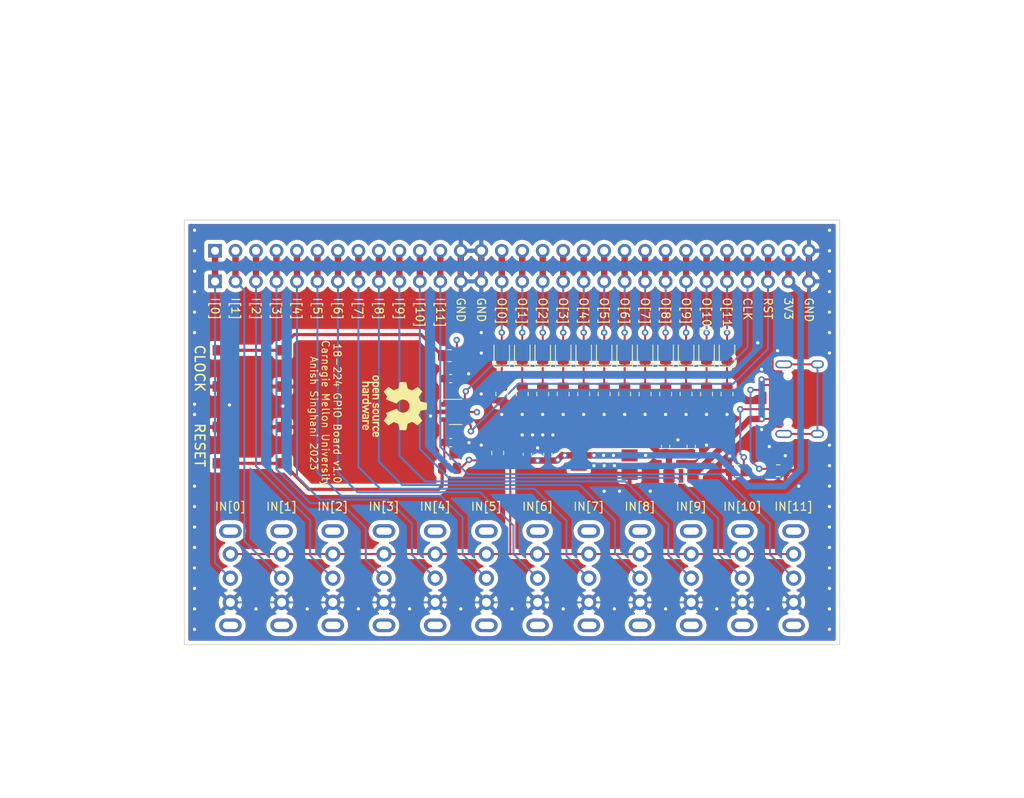
<source format=kicad_pcb>
(kicad_pcb (version 20221018) (generator pcbnew)
  (layers (0 "F.Cu" signal) (1 "In1.Cu" signal) (2 "In2.Cu" signal) (31 "B.Cu" signal) (34 "B.Paste" user) (35 "F.Paste" user) (36 "B.SilkS" user "B.Silkscreen") (37 "F.SilkS" user "F.Silkscreen") (38 "B.Mask" user) (39 "F.Mask" user) (44 "Edge.Cuts" user))
  (net 0 "")
  (net 1 "+5V")
  (net 2 "GND")
  (net 3 "+3V3")
  (net 4 "Net-(C5-Pad1)")
  (net 5 "Net-(C6-Pad1)")
  (net 6 "Net-(D1-K)")
  (net 7 "out0")
  (net 8 "Net-(D2-K)")
  (net 9 "out1")
  (net 10 "Net-(D3-K)")
  (net 11 "out2")
  (net 12 "Net-(D4-K)")
  (net 13 "out3")
  (net 14 "Net-(D5-K)")
  (net 15 "out4")
  (net 16 "Net-(D6-K)")
  (net 17 "out5")
  (net 18 "Net-(D7-K)")
  (net 19 "out6")
  (net 20 "Net-(D8-K)")
  (net 21 "out7")
  (net 22 "Net-(D9-K)")
  (net 23 "out8")
  (net 24 "Net-(D10-K)")
  (net 25 "out9")
  (net 26 "Net-(D11-K)")
  (net 27 "out10")
  (net 28 "Net-(D12-K)")
  (net 29 "out11")
  (net 30 "Net-(F1-Pad2)")
  (net 31 "in0")
  (net 32 "in1")
  (net 33 "in2")
  (net 34 "in3")
  (net 35 "in4")
  (net 36 "in5")
  (net 37 "in6")
  (net 38 "in7")
  (net 39 "in8")
  (net 40 "in9")
  (net 41 "in10")
  (net 42 "in11")
  (net 43 "uio_clk")
  (net 44 "uio_rst")
  (net 45 "Net-(J2-CC1)")
  (net 49 "Net-(J2-CC2)")
  (net 53 "unconnected-(J2-SHIELD-PadS1)")
  (net 54 "SWPWR")
  (footprint "Resistor_SMD:R_0805_2012Metric" (layer "F.Cu") (at 148.4575 82.87 180)
    (fp_text reference "R16" hide)
    (fp_text value "10K")
  )
  (footprint "Resistor_SMD:R_0805_2012Metric" (layer "F.Cu") (at 154.94 87.63 -90)
    (fp_text reference "R1" hide)
    (fp_text value "1K")
  )
  (footprint "SS12F44G4:SS12F44G4" (layer "F.Cu") (at 121.285 110.49)
    (fp_text reference "SW1" hide)
    (fp_text value "SS12F44G4")
  )
  (footprint "Resistor_SMD:R_0805_2012Metric" (layer "F.Cu") (at 148.4575 96.84 180)
    (fp_text reference "R15" hide)
    (fp_text value "10K")
  )
  (footprint "LED_SMD:LED_0805_2012Metric" (layer "F.Cu") (at 175.26 82.55 90)
    (fp_text reference "D9" hide)
    (fp_text value "LED")
  )
  (footprint "LED_SMD:LED_0805_2012Metric" (layer "F.Cu") (at 167.64 82.55 90)
    (fp_text reference "D6" hide)
    (fp_text value "LED")
  )
  (footprint "Capacitor_SMD:C_0603_1608Metric" (layer "F.Cu") (at 148.59 85.725)
    (fp_text reference "C6" hide)
    (fp_text value "1u")
  )
  (footprint "Capacitor_SMD:C_0603_1608Metric" (layer "F.Cu") (at 178.435 94.12 90)
    (fp_text reference "C2" hide)
    (fp_text value "10u")
  )
  (footprint "Capacitor_SMD:C_0603_1608Metric" (layer "F.Cu") (at 175.26 94.12 90)
    (fp_text reference "C1" hide)
    (fp_text value "1u")
  )
  (footprint "Resistor_SMD:R_0805_2012Metric" (layer "F.Cu") (at 167.64 87.63 -90)
    (fp_text reference "R6" hide)
    (fp_text value "1K")
  )
  (footprint "Symbol:OSHW-Logo_7.5x8mm_SilkScreen" (layer "F.Cu") (at 141.65 89.13 -90)
    (fp_text reference "REF**" hide)
    (fp_text value "OSHW-Logo_7.5x8mm_SilkScreen" hide)
  )
  (footprint "Resistor_SMD:R_0805_2012Metric" (layer "F.Cu") (at 180.34 87.63 -90)
    (fp_text reference "R11" hide)
    (fp_text value "1K")
  )
  (footprint "LED_SMD:LED_0805_2012Metric" (layer "F.Cu") (at 160.02 82.55 90)
    (fp_text reference "D3" hide)
    (fp_text value "LED")
  )
  (footprint "Resistor_SMD:R_0805_2012Metric" (layer "F.Cu") (at 162.56 87.63 -90)
    (fp_text reference "R4" hide)
    (fp_text value "1K")
  )
  (footprint "Resistor_SMD:R_0805_2012Metric" (layer "F.Cu") (at 189.23 97.155 180)
    (fp_text reference "R14" hide)
    (fp_text value "5.1K")
  )
  (footprint "SS12F44G4:SS12F44G4" (layer "F.Cu") (at 146.685 110.49)
    (fp_text reference "SW5" hide)
    (fp_text value "SS12F44G4")
  )
  (footprint "SS12F44G4:SS12F44G4" (layer "F.Cu") (at 191.135 110.49)
    (fp_text reference "SW12" hide)
    (fp_text value "SS12F44G4")
  )
  (footprint "LED_SMD:LED_0805_2012Metric" (layer "F.Cu") (at 172.72 82.55 90)
    (fp_text reference "D8" hide)
    (fp_text value "LED")
  )
  (footprint "Resistor_SMD:R_0805_2012Metric" (layer "F.Cu") (at 175.26 87.63 -90)
    (fp_text reference "R9" hide)
    (fp_text value "1K")
  )
  (footprint "LED_SMD:LED_0805_2012Metric" (layer "F.Cu") (at 154.94 82.55 90)
    (fp_text reference "D1" hide)
    (fp_text value "LED")
  )
  (footprint "Capacitor_SMD:C_0603_1608Metric" (layer "F.Cu") (at 160.655 95.11 90)
    (fp_text reference "C3" hide)
    (fp_text value "10u")
  )
  (footprint "Resistor_SMD:R_0805_2012Metric" (layer "F.Cu") (at 170.18 87.63 -90)
    (fp_text reference "R7" hide)
    (fp_text value "1K")
  )
  (footprint "Resistor_SMD:R_0805_2012Metric" (layer "F.Cu") (at 165.1 87.63 -90)
    (fp_text reference "R5" hide)
    (fp_text value "1K")
  )
  (footprint "Connector_USB:USB_C_Receptacle_HRO_TYPE-C-31-M-12" (layer "F.Cu") (at 193.04 88.265 90)
    (fp_text reference "J2" hide)
    (fp_text value "USB_C_Receptacle_USB2.0")
  )
  (footprint "LED_SMD:LED_0805_2012Metric" (layer "F.Cu") (at 177.8 82.55 90)
    (fp_text reference "D10" hide)
    (fp_text value "LED")
  )
  (footprint "SS12F44G4:SS12F44G4" (layer "F.Cu") (at 178.435 110.49)
    (fp_text reference "SW10" hide)
    (fp_text value "SS12F44G4")
  )
  (footprint "Button_Switch_SMD:SW_Push_1P1T_NO_6x6mm_H9.5mm" (layer "F.Cu") (at 123.825 93.98)
    (fp_text reference "SW13" hide)
    (fp_text value "BTN_RST")
  )
  (footprint "SS12F44G4:SS12F44G4" (layer "F.Cu") (at 140.335 110.49)
    (fp_text reference "SW4" hide)
    (fp_text value "SS12F44G4")
  )
  (footprint "Fuse:Fuse_1206_3216Metric_Pad1.42x1.75mm_HandSolder" (layer "F.Cu") (at 177.165 97.79)
    (fp_text reference "F1" hide)
    (fp_text value "500mA")
  )
  (footprint "LED_SMD:LED_0805_2012Metric" (layer "F.Cu") (at 180.34 82.55 90)
    (fp_text reference "D11" hide)
    (fp_text value "LED")
  )
  (footprint "SS12F44G4:SS12F44G4" (layer "F.Cu") (at 184.785 110.49)
    (fp_text reference "SW11" hide)
    (fp_text value "SS12F44G4")
  )
  (footprint "Capacitor_SMD:C_0603_1608Metric" (layer "F.Cu") (at 158.115 95.11 90)
    (fp_text reference "C4" hide)
    (fp_text value "1u")
  )
  (footprint "SS12F44G4:SS12F44G4" (layer "F.Cu") (at 133.985 110.49)
    (fp_text reference "SW3" hide)
    (fp_text value "SS12F44G4")
  )
  (footprint "SS12F44G4:SS12F44G4" (layer "F.Cu") (at 159.385 110.49)
    (fp_text reference "SW7" hide)
    (fp_text value "SS12F44G4")
  )
  (footprint "LED_SMD:LED_0805_2012Metric" (layer "F.Cu") (at 162.56 82.55 90)
    (fp_text reference "D4" hide)
    (fp_text value "LED")
  )
  (footprint "Resistor_SMD:R_0805_2012Metric" (layer "F.Cu") (at 172.72 87.63 -90)
    (fp_text reference "R8" hide)
    (fp_text value "1K")
  )
  (footprint "Resistor_SMD:R_0805_2012Metric" (layer "F.Cu") (at 160.02 87.63 -90)
    (fp_text reference "R3" hide)
    (fp_text value "1K")
  )
  (footprint "SS12F44G4:SS12F44G4" (layer "F.Cu") (at 172.085 110.49)
    (fp_text reference "SW9" hide)
    (fp_text value "SS12F44G4")
  )
  (footprint "Resistor_SMD:R_0805_2012Metric" (layer "F.Cu") (at 154.44 94.95 90)
    (fp_text reference "R17" hide)
    (fp_text value "330R")
  )
  (footprint "SS12F44G4:SS12F44G4" (layer "F.Cu") (at 127.635 110.49)
    (fp_text reference "SW2" hide)
    (fp_text value "SS12F44G4")
  )
  (footprint "Connector_PinHeader_2.54mm:PinHeader_1x30_P2.54mm_Vertical" (layer "F.Cu") (at 119.38 69.85 90)
    (fp_text reference "J1" hide)
    (fp_text value "GPIO_HDR")
  )
  (footprint "LED_SMD:LED_0805_2012Metric" (layer "F.Cu") (at 170.18 82.55 90)
    (fp_text reference "D7" hide)
    (fp_text value "LED")
  )
  (footprint "LED_SMD:LED_0805_2012Metric" (layer "F.Cu") (at 165.1 82.55 90)
    (fp_text reference "D5" hide)
    (fp_text value "LED")
  )
  (footprint "SS12F44G4:SS12F44G4" (layer "F.Cu") (at 165.735 110.49)
    (fp_text reference "SW8" hide)
    (fp_text value "SS12F44G4")
  )
  (footprint "Resistor_SMD:R_0805_2012Metric" (layer "F.Cu") (at 184.15 97.155)
    (fp_text reference "R13" hide)
    (fp_text value "5.1K")
  )
  (footprint "Resistor_SMD:R_0805_2012Metric" (layer "F.Cu") (at 157.48 87.63 -90)
    (fp_text reference "R2" hide)
    (fp_text value "1K")
  )
  (footprint "LED_SMD:LED_0805_2012Metric" (layer "F.Cu") (at 182.88 82.55 90)
    (fp_text reference "D12" hide)
    (fp_text value "LED")
  )
  (footprint "Connector_PinHeader_2.54mm:PinHeader_1x30_P2.54mm_Vertical" (layer "F.Cu") (at 119.38 73.66 90)
    (fp_text reference "J3" hide)
    (fp_text value "BREAKOUT_HDR")
  )
  (footprint "Capacitor_SMD:C_0603_1608Metric" (layer "F.Cu") (at 148.59 93.665)
    (fp_text reference "C5" hide)
    (fp_text value "1u")
  )
  (footprint "Resistor_SMD:R_0805_2012Metric" (layer "F.Cu") (at 177.8 87.63 -90)
    (fp_text reference "R10" hide)
    (fp_text value "1K")
  )
  (footprint "Button_Switch_SMD:SW_Push_1P1T_NO_6x6mm_H9.5mm" (layer "F.Cu") (at 123.825 84.455 180)
    (fp_text reference "SW14" hide)
    (fp_text value "BTN_CLK")
  )
  (footprint "Package_TO_SOT_SMD:SOT-23-6" (layer "F.Cu") (at 149.225 89.855)
    (fp_text reference "U2" hide)
    (fp_text value "74LVC2G14")
  )
  (footprint "LED_SMD:LED_0805_2012Metric" (layer "F.Cu") (at 157.48 82.55 90)
    (fp_text reference "D2" hide)
    (fp_text value "LED")
  )
  (footprint "Resistor_SMD:R_0805_2012Metric" (layer "F.Cu") (at 182.88 87.63 -90)
    (fp_text reference "R12" hide)
    (fp_text value "1K")
  )
  (footprint "SS12F44G4:SS12F44G4" (layer "F.Cu") (at 153.035 110.49)
    (fp_text reference "SW6" hide)
    (fp_text value "SS12F44G4")
  )
  (footprint "Package_TO_SOT_SMD:SOT-223-3_TabPin2" (layer "F.Cu") (at 167.64 95.25 180)
    (fp_text reference "U1" hide)
    (fp_text value "AZ1117-3.3")
  )
  (gr_rect (start 115.57 66.04) (end 196.85 118.745) (stroke (width 0.1)) (fill none) (layer "Edge.Cuts"))
  (gr_text "GND" (at 152.4 75.565 270) (layer "F.SilkS") (effects (font (size 1 1)) (justify left)))
  (gr_text "IN[4]" (at 146.685 101.6) (layer "F.SilkS") (effects (font (size 1 1))))
  (gr_text "RST" (at 187.96 75.565 270) (layer "F.SilkS") (effects (font (size 1 1)) (justify left)))
  (gr_text "IN[7]" (at 165.735 101.6) (layer "F.SilkS") (effects (font (size 1 1))))
  (gr_text "IN[1]" (at 127.635 101.6) (layer "F.SilkS") (effects (font (size 1 1))))
  (gr_text "I[4]" (at 129.54 75.565 270) (layer "F.SilkS") (effects (font (size 1 1)) (justify left)))
  (gr_text "I[9]" (at 142.24 75.565 270) (layer "F.SilkS") (effects (font (size 1 1)) (justify left)))
  (gr_text "IN[3]" (at 140.335 101.6) (layer "F.SilkS") (effects (font (size 1 1))))
  (gr_text "I[10]" (at 144.78 75.565 270) (layer "F.SilkS") (effects (font (size 1 1)) (justify left)))
  (gr_text "IN[0]" (at 121.285 101.6) (layer "F.SilkS") (effects (font (size 1 1))))
  (gr_text "I[8]" (at 139.7 75.565 270) (layer "F.SilkS") (effects (font (size 1 1)) (justify left)))
  (gr_text "GND" (at 193.04 75.565 270) (layer "F.SilkS") (effects (font (size 1 1)) (justify left)))
  (gr_text "CLOCK" (at 117.475 84.455 -90) (layer "F.SilkS") (effects (font (size 1.2 1.2) (thickness 0.2) bold)))
  (gr_text "I[3]" (at 127 75.565 270) (layer "F.SilkS") (effects (font (size 1 1)) (justify left)))
  (gr_text "O[10]" (at 180.34 75.565 270) (layer "F.SilkS") (effects (font (size 1 1)) (justify left)))
  (gr_text "3V3" (at 190.5 75.565 270) (layer "F.SilkS") (effects (font (size 1 1)) (justify left)))
  (gr_text "O[5]" (at 167.64 75.565 270) (layer "F.SilkS") (effects (font (size 1 1)) (justify left)))
  (gr_text "O[1]" (at 157.48 75.565 270) (layer "F.SilkS") (effects (font (size 1 1)) (justify left)))
  (gr_text "I[2]" (at 124.46 75.565 270) (layer "F.SilkS") (effects (font (size 1 1)) (justify left)))
  (gr_text "IN[6]" (at 159.385 101.6) (layer "F.SilkS") (effects (font (size 1 1))))
  (gr_text "18-224 GPIO Board v1.0\nCarnegie Mellon University\nAnish Singhani 2023" (at 133.08 90.03 -90) (layer "F.SilkS") (effects (font (size 0.9 0.9) (thickness 0.13))))
  (gr_text "IN[11]" (at 191.135 101.6) (layer "F.SilkS") (effects (font (size 1 1))))
  (gr_text "O[6]" (at 170.18 75.565 270) (layer "F.SilkS") (effects (font (size 1 1)) (justify left)))
  (gr_text "I[1]" (at 121.92 75.565 270) (layer "F.SilkS") (effects (font (size 1 1)) (justify left)))
  (gr_text "I[5]" (at 132.08 75.565 270) (layer "F.SilkS") (effects (font (size 1 1)) (justify left)))
  (gr_text "O[7]" (at 172.72 75.565 270) (layer "F.SilkS") (effects (font (size 1 1)) (justify left)))
  (gr_text "O[0]" (at 154.94 75.565 270) (layer "F.SilkS") (effects (font (size 1 1)) (justify left)))
  (gr_text "IN[10]" (at 184.785 101.6) (layer "F.SilkS") (effects (font (size 1 1))))
  (gr_text "I[11]" (at 147.32 75.565 270) (layer "F.SilkS") (effects (font (size 1 1)) (justify left)))
  (gr_text "O[9]" (at 177.8 75.565 270) (layer "F.SilkS") (effects (font (size 1 1)) (justify left)))
  (gr_text "I[6]" (at 134.62 75.565 270) (layer "F.SilkS") (effects (font (size 1 1)) (justify left)))
  (gr_text "GND" (at 149.86 75.565 270) (layer "F.SilkS") (effects (font (size 1 1)) (justify left)))
  (gr_text "IN[5]" (at 153.035 101.6) (layer "F.SilkS") (effects (font (size 1 1))))
  (gr_text "I[0]" (at 119.38 75.565 -90) (layer "F.SilkS") (effects (font (size 1 1)) (justify left)))
  (gr_text "IN[2]" (at 133.985 101.6) (layer "F.SilkS") (effects (font (size 1 1))))
  (gr_text "IN[9]" (at 178.435 101.6) (layer "F.SilkS") (effects (font (size 1 1))))
  (gr_text "O[11]" (at 182.88 75.565 270) (layer "F.SilkS") (effects (font (size 1 1)) (justify left)))
  (gr_text "IN[8]" (at 172.085 101.6) (layer "F.SilkS") (effects (font (size 1 1))))
  (gr_text "O[3]" (at 162.56 75.565 270) (layer "F.SilkS") (effects (font (size 1 1)) (justify left)))
  (gr_text "O[8]" (at 175.26 75.565 270) (layer "F.SilkS") (effects (font (size 1 1)) (justify left)))
  (gr_text "O[2]" (at 160.02 75.565 270) (layer "F.SilkS") (effects (font (size 1 1)) (justify left)))
  (gr_text "O[4]" (at 165.1 75.565 270) (layer "F.SilkS") (effects (font (size 1 1)) (justify left)))
  (gr_text "I[7]" (at 137.16 75.565 270) (layer "F.SilkS") (effects (font (size 1 1)) (justify left)))
  (gr_text "RESET" (at 117.475 93.98 -90) (layer "F.SilkS") (effects (font (size 1.2 1.2) (thickness 0.2) bold)))
  (gr_text "CLK" (at 185.42 75.565 270) (layer "F.SilkS") (effects (font (size 1 1)) (justify left)))
  (segment (start 175.26 94.895) (end 174.365 94.895) (width 0.8) (layer "F.Cu") (net 1))
  (segment (start 175.6775 95.3125) (end 175.26 94.895) (width 0.8) (layer "F.Cu") (net 1))
  (segment (start 175.6775 97.79) (end 175.6775 95.3125) (width 0.8) (layer "F.Cu") (net 1))
  (segment (start 178.435 94.895) (end 175.26 94.895) (width 0.8) (layer "F.Cu") (net 1))
  (segment (start 172.42 92.95) (end 170.79 92.95) (width 0.8) (layer "F.Cu") (net 1))
  (segment (start 174.365 94.895) (end 172.42 92.95) (width 0.8) (layer "F.Cu") (net 1))
  (segment (start 193.04 69.85) (end 193.04 73.66) (width 0.8) (layer "F.Cu") (net 2))
  (segment (start 165.1 88.5425) (end 165.1 90.17) (width 0.25) (layer "F.Cu") (net 2))
  (segment (start 176.79 93.33) (end 176.805 93.345) (width 0.25) (layer "F.Cu") (net 2))
  (segment (start 160.02 88.5425) (end 160.02 90.17) (width 0.25) (layer "F.Cu") (net 2))
  (segment (start 176.775 93.345) (end 176.79 93.33) (width 0.25) (layer "F.Cu") (net 2))
  (segment (start 162.56 88.5425) (end 162.56 90.17) (width 0.25) (layer "F.Cu") (net 2))
  (segment (start 119.85 91.73) (end 119.85 89.69) (width 0.4) (layer "F.Cu") (net 2))
  (segment (start 188.995 91.515) (end 187.695 91.515) (width 0.25) (layer "F.Cu") (net 2))
  (segment (start 188.995 91.515) (end 188.13 92.38) (width 0.25) (layer "F.Cu") (net 2))
  (segment (start 188.995 85.015) (end 188.535 84.555) (width 0.25) (layer "F.Cu") (net 2))
  (segment (start 150.225 85.725) (end 150.83 85.12) (width 0.25) (layer "F.Cu") (net 2))
  (segment (start 187.695 91.515) (end 187.17 92.04) (width 0.25) (layer "F.Cu") (net 2))
  (segment (start 159.395 94.335) (end 159.38 94.32) (width 0.25) (layer "F.Cu") (net 2))
  (segment (start 188.995 85.015) (end 187.605 85.015) (width 0.25) (layer "F.Cu") (net 2))
  (segment (start 157.48 88.5425) (end 157.48 90.17) (width 0.25) (layer "F.Cu") (net 2))
  (segment (start 170.18 88.5425) (end 170.18 90.17) (width 0.25) (layer "F.Cu") (net 2))
  (segment (start 120.47 89.69) (end 121.17 88.99) (width 0.4) (layer "F.Cu") (net 2))
  (segment (start 149.365 93.665) (end 150.875 93.665) (width 0.25) (layer "F.Cu") (net 2))
  (segment (start 190.1425 97.155) (end 190.1425 95.3325) (width 0.25) (layer "F.Cu") (net 2))
  (segment (start 172.72 88.5425) (end 172.72 90.17) (width 0.25) (layer "F.Cu") (net 2))
  (segment (start 127.8 91.73) (end 127.8 89.13) (width 0.4) (layer "F.Cu") (net 2))
  (segment (start 159.38 94.32) (end 159.365 94.335) (width 0.25) (layer "F.Cu") (net 2))
  (segment (start 148.0875 89.855) (end 146.615 89.855) (width 0.25) (layer "F.Cu") (net 2))
  (segment (start 149.365 85.725) (end 150.225 85.725) (width 0.25) (layer "F.Cu") (net 2))
  (segment (start 188.535 84.555) (end 188.535 82.875) (width 0.25) (layer "F.Cu") (net 2))
  (segment (start 180.34 88.5425) (end 180.34 90.17) (width 0.25) (layer "F.Cu") (net 2))
  (segment (start 154.94 88.5425) (end 182.88 88.5425) (width 0.4) (layer "F.Cu") (net 2))
  (segment (start 146.615 89.855) (end 146.11 90.36) (width 0.25) (layer "F.Cu") (net 2))
  (segment (start 176.805 93.345) (end 178.435 93.345) (width 0.25) (layer "F.Cu") (net 2))
  (segment (start 150.875 93.665) (end 150.88 93.67) (width 0.25) (layer "F.Cu") (net 2))
  (segment (start 167.64 88.5425) (end 167.64 90.17) (width 0.25) (layer "F.Cu") (net 2))
  (segment (start 119.85 89.69) (end 120.47 89.69) (width 0.4) (layer "F.Cu") (net 2))
  (segment (start 188.13 92.38) (end 188.13 94.15) (width 0.25) (layer "F.Cu") (net 2))
  (segment (start 160.655 94.335) (end 159.395 94.335) (width 0.25) (layer "F.Cu") (net 2))
  (segment (start 159.365 94.335) (end 158.115 94.335) (width 0.25) (layer "F.Cu") (net 2))
  (segment (start 127.8 86.705) (end 127.8 89.13) (width 0.4) (layer "F.Cu") (net 2))
  (segment (start 175.26 88.5425) (end 175.26 90.17) (width 0.25) (layer "F.Cu") (net 2))
  (segment (start 152.4 73.66) (end 152.4 69.85) (width 0.8) (layer "F.Cu") (net 2))
  (segment (start 154.94 88.5425) (end 154.94 90.17) (width 0.25) (layer "F.Cu") (net 2))
  (segment (start 177.8 88.5425) (end 177.8 90.17) (width 0.25) (layer "F.Cu") (net 2))
  (segment (start 182.88 88.5425) (end 182.88 90.17) (width 0.25) (layer "F.Cu") (net 2))
  (segment (start 119.85 89.69) (end 119.85 86.705) (width 0.4) (layer "F.Cu") (net 2))
  (segment (start 183.2375 95.3675) (end 183.2 95.33) (width 0.25) (layer "F.Cu") (net 2))
  (segment (start 190.1425 95.3325) (end 190.11 95.3) (width 0.25) (layer "F.Cu") (net 2))
  (segment (start 183.2375 97.155) (end 183.2375 95.3675) (width 0.25) (layer "F.Cu") (net 2))
  (segment (start 175.26 93.345) (end 176.775 93.345) (width 0.25) (layer "F.Cu") (net 2))
  (segment (start 187.605 85.015) (end 187.16 84.57) (width 0.25) (layer "F.Cu") (net 2))
  (segment (start 149.86 69.85) (end 149.86 73.66) (width 0.8) (layer "F.Cu") (net 2))
  (segment (start 188.535 82.875) (end 189.15 82.26) (width 0.25) (layer "F.Cu") (net 2))
  (via (at 181.61 114.3) (size 0.8) (drill 0.4) (layers "F.Cu" "B.Cu") (net 2))
  (via (at 183.2 95.33) (size 0.8) (drill 0.4) (layers "F.Cu" "B.Cu") (net 2))
  (via (at 157.48 92.71) (size 0.8) (drill 0.4) (layers "F.Cu" "B.Cu") (net 2))
  (via (at 116.84 111.76) (size 0.8) (drill 0.4) (layers "F.Cu" "B.Cu") (net 2))
  (via (at 127.8 89.13) (size 0.8) (drill 0.4) (layers "F.Cu" "B.Cu") (net 2))
  (via (at 169.545 99.695) (size 0.8) (drill 0.4) (layers "F.Cu" "B.Cu") (net 2))
  (via (at 116.84 116.84) (size 0.8) (drill 0.4) (layers "F.Cu" "B.Cu") (net 2))
  (via (at 162.56 90.17) (size 0.8) (drill 0.4) (layers "F.Cu" "B.Cu") (net 2))
  (via (at 165.1 90.17) (size 0.8) (drill 0.4) (layers "F.Cu" "B.Cu") (net 2))
  (via (at 116.84 114.3) (size 0.8) (drill 0.4) (layers "F.Cu" "B.Cu") (net 2))
  (via (at 167.64 99.695) (size 0.8) (drill 0.4) (layers "F.Cu" "B.Cu") (net 2))
  (via (at 195.58 116.84) (size 0.8) (drill 0.4) (layers "F.Cu" "B.Cu") (net 2))
  (via (at 175.26 114.3) (size 0.8) (drill 0.4) (layers "F.Cu" "B.Cu") (net 2))
  (via (at 195.58 99.06) (size 0.8) (drill 0.4) (layers "F.Cu" "B.Cu") (net 2))
  (via (at 116.84 106.68) (size 0.8) (drill 0.4) (layers "F.Cu" "B.Cu") (net 2))
  (via (at 187.17 92.04) (size 0.8) (drill 0.4) (layers "F.Cu" "B.Cu") (net 2))
  (via (at 162.56 114.3) (size 0.8) (drill 0.4) (layers "F.Cu" "B.Cu") (net 2))
  (via (at 168.91 114.3) (size 0.8) (drill 0.4) (layers "F.Cu" "B.Cu") (net 2))
  (via (at 195.58 111.76) (size 0.8) (drill 0.4) (layers "F.Cu" "B.Cu") (net 2))
  (via (at 187.96 114.3) (size 0.8) (drill 0.4) (layers "F.Cu" "B.Cu") (net 2))
  (via (at 195.58 106.68) (size 0.8) (drill 0.4) (layers "F.Cu" "B.Cu") (net 2))
  (via (at 156.21 114.3) (size 0.8) (drill 0.4) (layers "F.Cu" "B.Cu") (net 2))
  (via (at 176.79 93.33) (size 0.8) (drill 0.4) (layers "F.Cu" "B.Cu") (net 2))
  (via (at 195.58 72.39) (size 0.8) (drill 0.4) (layers "F.Cu" "B.Cu") (net 2))
  (via (at 152.4 93.98) (size 0.8) (drill 0.4) (layers "F.Cu" "B.Cu") (net 2))
  (via (at 124.46 114.3) (size 0.8) (drill 0.4) (layers "F.Cu" "B.Cu") (net 2))
  (via (at 190.11 95.3) (size 0.8) (drill 0.4) (layers "F.Cu" "B.Cu") (net 2))
  (via (at 116.84 77.47) (size 0.8) (drill 0.4) (layers "F.Cu" "B.Cu") (net 2))
  (via (at 166.37 96.52) (size 0.8) (drill 0.4) (layers "F.Cu" "B.Cu") (net 2))
  (via (at 195.58 69.85) (size 0.8) (drill 0.4) (layers "F.Cu" "B.Cu") (net 2))
  (via (at 195.58 67.31) (size 0.8) (drill 0.4) (layers "F.Cu" "B.Cu") (net 2))
  (via (at 158.75 92.71) (size 0.8) (drill 0.4) (layers "F.Cu" "B.Cu") (net 2))
  (via (at 195.58 93.98) (size 0.8) (drill 0.4) (layers "F.Cu" "B.Cu") (net 2))
  (via (at 116.84 104.14) (size 0.8) (drill 0.4) (layers "F.Cu" "B.Cu") (net 2))
  (via (at 195.58 74.93) (size 0.8) (drill 0.4) (layers "F.Cu" "B.Cu") (net 2))
  (via (at 167.64 96.52) (size 0.8) (drill 0.4) (layers "F.Cu" "B.Cu") (net 2))
  (via (at 152.4 80.01) (size 0.8) (drill 0.4) (layers "F.Cu" "B.Cu") (net 2))
  (via (at 116.84 88.9) (size 0.8) (drill 0.4) (layers "F.Cu" "B.Cu") (net 2))
  (via (at 180.34 90.17) (size 0.8) (drill 0.4) (layers "F.Cu" "B.Cu") (net 2))
  (via (at 161.29 92.71) (size 0.8) (drill 0.4) (layers "F.Cu" "B.Cu") (net 2))
  (via (at 195.58 109.22) (size 0.8) (drill 0.4) (layers "F.Cu" "B.Cu") (net 2))
  (via (at 116.84 109.22) (size 0.8) (drill 0.4) (layers "F.Cu" "B.Cu") (net 2))
  (via (at 116.84 72.39) (size 0.8) (drill 0.4) (layers "F.Cu" "B.Cu") (net 2))
  (via (at 160.02 92.71) (size 0.8) (drill 0.4) (layers "F.Cu" "B.Cu") (net 2))
  (via (at 182.88 90.17) (size 0.8) (drill 0.4) (layers "F.Cu" "B.Cu") (net 2))
  (via (at 143.51 114.3) (size 0.8) (drill 0.4) (layers "F.Cu" "B.Cu") (net 2))
  (via (at 167.64 90.17) (size 0.8) (drill 0.4) (layers "F.Cu" "B.Cu") (net 2))
  (via (at 152.4 87.63) (size 0.8) (drill 0.4) (layers "F.Cu" "B.Cu") (net 2))
  (via (at 187.16 84.57) (size 0.8) (drill 0.4) (layers "F.Cu" "B.Cu") (net 2))
  (via (at 195.58 82.55) (size 0.8) (drill 0.4) (layers "F.Cu" "B.Cu") (net 2))
  (via (at 157.48 90.17) (size 0.8) (drill 0.4) (layers "F.Cu" "B.Cu") (net 2))
  (via (at 195.58 104.14) (size 0.8) (drill 0.4) (layers "F.Cu" "B.Cu") (net 2))
  (via (at 137.16 114.3) (size 0.8) (drill 0.4) (layers "F.Cu" "B.Cu") (net 2))
  (via (at 116.84 90.17) (size 0.8) (drill 0.4) (layers "F.Cu" "B.Cu") (net 2))
  (via (at 195.58 80.01) (size 0.8) (drill 0.4) (layers "F.Cu" "B.Cu") (net 2))
  (via (at 180.34 93.98) (size 0.8) (drill 0.4) (layers "F.Cu" "B.Cu") (net 2))
  (via (at 154.94 90.17) (size 0.8) (drill 0.4) (layers "F.Cu" "B.Cu") (net 2))
  (via (at 159.38 94.32) (size 0.8) (drill 0.4) (layers "F.Cu" "B.Cu") (net 2))
  (via (at 188.13 94.15) (size 0.8) (drill 0.4) (layers "F.Cu" "B.Cu") (net 2))
  (via (at 116.84 69.85) (size 0.8) (drill 0.4) (layers "F.Cu" "B.Cu") (net 2))
  (via (at 116.84 67.31) (size 0.8) (drill 0.4) (layers "F.Cu" "B.Cu") (net 2))
  (via (at 168.91 96.52) (size 0.8) (drill 0.4) (layers "F.Cu" "B.Cu") (net 2))
  (via (at 116.84 80.01) (size 0.8) (drill 0.4) (layers "F.Cu" "B.Cu") (net 2))
  (via (at 189.15 82.26) (size 0.8) (drill 0.4) (layers "F.Cu" "B.Cu") (net 2))
  (via (at 116.84 101.6) (size 0.8) (drill 0.4) (layers "F.Cu" "B.Cu") (net 2))
  (via (at 173.355 99.695) (size 0.8) (drill 0.4) (layers "F.Cu" "B.Cu") (net 2))
  (via (at 177.8 90.17) (size 0.8) (drill 0.4) (layers "F.Cu" "B.Cu") (net 2))
  (via (at 195.58 114.3) (size 0.8) (drill 0.4) (layers "F.Cu" "B.Cu") (net 2))
  (via (at 116.84 99.06) (size 0.8) (drill 0.4) (layers "F.Cu" "B.Cu") (net 2))
  (via (at 160.02 90.17) (size 0.8) (drill 0.4) (layers "F.Cu" "B.Cu") (net 2))
  (via (at 170.18 90.17) (size 0.8) (drill 0.4) (layers "F.Cu" "B.Cu") (net 2))
  (via (at 186.69 81.28) (size 0.8) (drill 0.4) (layers "F.Cu" "B.Cu") (net 2))
  (via (at 116.84 74.93) (size 0.8) (drill 0.4) (layers "F.Cu" "B.Cu") (net 2))
  (via (at 195.58 77.47) (size 0.8) (drill 0.4) (layers "F.Cu" "B.Cu") (net 2))
  (via (at 172.72 90.17) (size 0.8) (drill 0.4) (layers "F.Cu" "B.Cu") (net 2))
  (via (at 150.83 85.12) (size 0.8) (drill 0.4) (layers "F.Cu" "B.Cu") (net 2))
  (via (at 152.4 82.55) (size 0.8) (drill 0.4) (layers "F.Cu" "B.Cu") (net 2))
  (via (at 149.86 114.3) (size 0.8) (drill 0.4) (layers "F.Cu" "B.Cu") (net 2))
  (via (at 191.77 99.06) (size 0.8) (drill 0.4) (layers "F.Cu" "B.Cu") (net 2))
  (via (at 195.58 101.6) (size 0.8) (drill 0.4) (layers "F.Cu" "B.Cu") (net 2))
  (via (at 175.26 90.17) (size 0.8) (drill 0.4) (layers "F.Cu" "B.Cu") (net 2))
  (via (at 146.11 90.36) (size 0.8) (drill 0.4) (layers "F.Cu" "B.Cu") (net 2))
  (via (at 150.88 93.67) (size 0.8) (drill 0.4) (layers "F.Cu" "B.Cu") (net 2))
  (via (at 195.58 96.52) (size 0.8) (drill 0.4) (layers "F.Cu" "B.Cu") (net 2))
  (via (at 121.17 88.99) (size 0.8) (drill 0.4) (layers "F.Cu" "B.Cu") (net 2))
  (via (at 130.81 114.3) (size 0.8) (drill 0.4) (layers "F.Cu" "B.Cu") (net 2))
  (segment (start 191.135 113.49) (end 121.285 113.49) (width 0.25) (layer "B.Cu") (net 2))
  (segment (start 160.655 95.885) (end 159.395 95.885) (width 0.8) (layer "F.Cu") (net 3))
  (segment (start 190.5 73.66) (end 190.5 69.85) (width 0.8) (layer "F.Cu") (net 3))
  (segment (start 149.37 82.87) (end 149.37 80.95) (width 0.25) (layer "F.Cu") (net 3))
  (segment (start 159.385 95.885) (end 158.115 95.885) (width 0.8) (layer "F.Cu") (net 3))
  (segment (start 170.79 95.25) (end 168.8 95.25) (width 0.8) (layer "F.Cu") (net 3))
  (segment (start 166.36 95.25) (end 164.49 95.25) (width 0.8) (layer "F.Cu") (net 3))
  (segment (start 161.89 95.77) (end 161.89 95.81) (width 0.8) (layer "F.Cu") (net 3))
  (segment (start 168.78 95.25) (end 167.57 95.25) (width 0.8) (layer "F.Cu") (net 3))
  (segment (start 166.37 95.24) (end 166.36 95.25) (width 0.8) (layer "F.Cu") (net 3))
  (segment (start 162.43 95.23) (end 161.89 95.77) (width 0.8) (layer "F.Cu") (net 3))
  (segment (start 150.9325 95.8625) (end 150.88 95.81) (width 0.25) (layer "F.Cu") (net 3))
  (segment (start 159.39 95.89) (end 159.385 95.885) (width 0.8) (layer "F.Cu") (net 3))
  (segment (start 162.75 95.25) (end 162.45 95.25) (width 0.8) (layer "F.Cu") (net 3))
  (segment (start 161.775 95.885) (end 160.655 95.885) (width 0.8) (layer "F.Cu") (net 3))
  (segment (start 149.37 80.95) (end 149.35 80.93) (width 0.25) (layer "F.Cu") (net 3))
  (segment (start 164.49 95.25) (end 162.75 95.25) (width 0.8) (layer "F.Cu") (net 3))
  (segment (start 161.89 95.81) (end 161.85 95.81) (width 0.8) (layer "F.Cu") (net 3))
  (segment (start 159.395 95.885) (end 159.39 95.89) (width 0.8) (layer "F.Cu") (net 3))
  (segment (start 167.57 95.25) (end 166.38 95.25) (width 0.8) (layer "F.Cu") (net 3))
  (segment (start 162.45 95.25) (end 162.43 95.23) (width 0.8) (layer "F.Cu") (net 3))
  (segment (start 161.85 95.81) (end 161.775 95.885) (width 0.8) (layer "F.Cu") (net 3))
  (segment (start 168.79 95.26) (end 168.78 95.25) (width 0.8) (layer "F.Cu") (net 3))
  (segment (start 166.38 95.25) (end 166.37 95.24) (width 0.8) (layer "F.Cu") (net 3))
  (segment (start 168.8 95.25) (end 168.79 95.26) (width 0.8) (layer "F.Cu") (net 3))
  (segment (start 151.835 89.855) (end 151.86 89.88) (width 0.25) (layer "F.Cu") (net 3))
  (segment (start 149.85 96.84) (end 150.88 95.81) (width 0.25) (layer "F.Cu") (net 3))
  (segment (start 150.3625 89.855) (end 151.835 89.855) (width 0.25) (layer "F.Cu") (net 3))
  (segment (start 149.37 96.84) (end 149.85 96.84) (width 0.25) (layer "F.Cu") (net 3))
  (segment (start 170.79 95.25) (end 172.78 95.25) (width 0.8) (layer "F.Cu") (net 3))
  (segment (start 154.44 95.8625) (end 150.9325 95.8625) (width 0.25) (layer "F.Cu") (net 3))
  (via (at 167.57 95.25) (size 0.8) (drill 0.4) (layers "F.Cu" "B.Cu") (net 3))
  (via (at 149.35 80.93) (size 0.8) (drill 0.4) (layers "F.Cu" "B.Cu") (net 3))
  (via (at 159.39 95.89) (size 0.8) (drill 0.4) (layers "F.Cu" "B.Cu") (net 3))
  (via (at 172.78 95.25) (size 0.8) (drill 0.4) (layers "F.Cu" "B.Cu") (net 3))
  (via (at 162.75 95.25) (size 0.8) (drill 0.4) (layers "F.Cu" "B.Cu") (net 3))
  (via (at 161.89 95.81) (size 0.8) (drill 0.4) (layers "F.Cu" "B.Cu") (net 3))
  (via (at 151.86 89.88) (size 0.8) (drill 0.4) (layers "F.Cu" "B.Cu") (net 3))
  (via (at 150.88 95.81) (size 0.8) (drill 0.4) (layers "F.Cu" "B.Cu") (net 3))
  (via (at 168.79 95.26) (size 0.8) (drill 0.4) (layers "F.Cu" "B.Cu") (net 3))
  (via (at 166.37 95.24) (size 0.8) (drill 0.4) (layers "F.Cu" "B.Cu") (net 3))
  (segment (start 192 75.16) (end 192 97) (width 0.8) (layer "B.Cu") (net 3))
  (segment (start 189.93 99.07) (end 185.47 99.07) (width 0.8) (layer "B.Cu") (net 3))
  (segment (start 192 97) (end 189.93 99.07) (width 0.8) (layer "B.Cu") (net 3))
  (segment (start 181.65 95.25) (end 172.78 95.25) (width 0.8) (layer "B.Cu") (net 3))
  (segment (start 172.78 95.25) (end 166.38 95.25) (width 0.8) (layer "B.Cu") (net 3))
  (segment (start 190.5 73.66) (end 192 75.16) (width 0.8) (layer "B.Cu") (net 3))
  (segment (start 185.47 99.07) (end 181.65 95.25) (width 0.8) (layer "B.Cu") (net 3))
  (segment (start 166.38 95.25) (end 166.37 95.24) (width 0.8) (layer "B.Cu") (net 3))
  (segment (start 147.815 92.81) (end 147.815 91.0775) (width 0.25) (layer "F.Cu") (net 4))
  (segment (start 119.85 96.23) (end 127.8 96.23) (width 0.4) (layer "F.Cu") (net 4))
  (segment (start 147.815 93.665) (end 147.815 96.57) (width 0.25) (layer "F.Cu") (net 4))
  (segment (start 127.8 96.23) (end 131.03 99.46) (width 0.4) (layer "F.Cu") (net 4))
  (segment (start 147.815 91.0775) (end 148.0875 90.805) (width 0.25) (layer "F.Cu") (net 4))
  (segment (start 147.545 99.035) (end 147.545 96.84) (width 0.4) (layer "F.Cu") (net 4))
  (segment (start 147.12 99.46) (end 147.545 99.035) (width 0.4) (layer "F.Cu") (net 4))
  (segment (start 147.815 96.57) (end 147.545 96.84) (width 0.25) (layer "F.Cu") (net 4))
  (segment (start 147.815 93.665) (end 147.815 92.81) (width 0.25) (layer "F.Cu") (net 4))
  (segment (start 131.03 99.46) (end 147.12 99.46) (width 0.4) (layer "F.Cu") (net 4))
  (segment (start 127.8 82.205) (end 127.8 81.66) (width 0.4) (layer "F.Cu") (net 5))
  (segment (start 147.815 88.6325) (end 148.0875 88.905) (width 0.25) (layer "F.Cu") (net 5))
  (segment (start 147.545 82.87) (end 147.815 83.14) (width 0.25) (layer "F.Cu") (net 5))
  (segment (start 144.935 80.26) (end 147.545 82.87) (width 0.4) (layer "F.Cu") (net 5))
  (segment (start 127.8 81.66) (end 129.2 80.26) (width 0.4) (layer "F.Cu") (net 5))
  (segment (start 147.815 83.14) (end 147.815 85.725) (width 0.25) (layer "F.Cu") (net 5))
  (segment (start 147.815 85.725) (end 147.815 88.6325) (width 0.25) (layer "F.Cu") (net 5))
  (segment (start 119.85 82.205) (end 127.8 82.205) (width 0.4) (layer "F.Cu") (net 5))
  (segment (start 129.2 80.26) (end 144.935 80.26) (width 0.4) (layer "F.Cu") (net 5))
  (segment (start 154.94 86.7175) (end 154.94 83.4875) (width 0.25) (layer "F.Cu") (net 6))
  (segment (start 154.94 69.85) (end 154.94 73.66) (width 0.8) (layer "F.Cu") (net 7))
  (segment (start 154.94 81.6125) (end 154.94 80.01) (width 0.25) (layer "F.Cu") (net 7))
  (via (at 154.94 80.01) (size 0.8) (drill 0.4) (layers "F.Cu" "B.Cu") (net 7))
  (segment (start 154.94 80.01) (end 154.94 73.66) (width 0.25) (layer "B.Cu") (net 7))
  (segment (start 157.48 83.4875) (end 157.48 86.7175) (width 0.25) (layer "F.Cu") (net 8))
  (segment (start 157.48 81.6125) (end 157.48 80.01) (width 0.25) (layer "F.Cu") (net 9))
  (segment (start 157.48 73.66) (end 157.48 69.85) (width 0.8) (layer "F.Cu") (net 9))
  (via (at 157.48 80.01) (size 0.8) (drill 0.4) (layers "F.Cu" "B.Cu") (net 9))
  (segment (start 157.48 73.66) (end 157.48 80.01) (width 0.25) (layer "B.Cu") (net 9))
  (segment (start 160.02 86.7175) (end 160.02 83.4875) (width 0.25) (layer "F.Cu") (net 10))
  (segment (start 160.02 81.6125) (end 160.02 80.01) (width 0.25) (layer "F.Cu") (net 11))
  (segment (start 160.02 69.85) (end 160.02 73.66) (width 0.8) (layer "F.Cu") (net 11))
  (via (at 160.02 80.01) (size 0.8) (drill 0.4) (layers "F.Cu" "B.Cu") (net 11))
  (segment (start 160.02 80.01) (end 160.02 73.66) (width 0.25) (layer "B.Cu") (net 11))
  (segment (start 162.56 83.4875) (end 162.56 86.7175) (width 0.25) (layer "F.Cu") (net 12))
  (segment (start 162.56 81.6125) (end 162.56 80.01) (width 0.25) (layer "F.Cu") (net 13))
  (segment (start 162.56 69.85) (end 162.56 73.66) (width 0.8) (layer "F.Cu") (net 13))
  (via (at 162.56 80.01) (size 0.8) (drill 0.4) (layers "F.Cu" "B.Cu") (net 13))
  (segment (start 162.56 80.01) (end 162.56 73.66) (width 0.25) (layer "B.Cu") (net 13))
  (segment (start 165.1 86.7175) (end 165.1 83.4875) (width 0.25) (layer "F.Cu") (net 14))
  (segment (start 165.1 73.66) (end 165.1 69.85) (width 0.8) (layer "F.Cu") (net 15))
  (segment (start 165.1 81.6125) (end 165.1 80.01) (width 0.25) (layer "F.Cu") (net 15))
  (via (at 165.1 80.01) (size 0.8) (drill 0.4) (layers "F.Cu" "B.Cu") (net 15))
  (segment (start 165.1 80.01) (end 165.1 73.66) (width 0.25) (layer "B.Cu") (net 15))
  (segment (start 167.64 83.4875) (end 167.64 86.7175) (width 0.25) (layer "F.Cu") (net 16))
  (segment (start 167.64 69.85) (end 167.64 73.66) (width 0.8) (layer "F.Cu") (net 17))
  (segment (start 167.64 81.6125) (end 167.64 80.01) (width 0.25) (layer "F.Cu") (net 17))
  (via (at 167.64 80.01) (size 0.8) (drill 0.4) (layers "F.Cu" "B.Cu") (net 17))
  (segment (start 167.64 80.01) (end 167.64 73.66) (width 0.25) (layer "B.Cu") (net 17))
  (segment (start 170.18 86.7175) (end 170.18 83.4875) (width 0.25) (layer "F.Cu") (net 18))
  (segment (start 170.18 73.66) (end 170.18 69.85) (width 0.8) (layer "F.Cu") (net 19))
  (segment (start 170.18 81.6125) (end 170.18 80.01) (width 0.25) (layer "F.Cu") (net 19))
  (via (at 170.18 80.01) (size 0.8) (drill 0.4) (layers "F.Cu" "B.Cu") (net 19))
  (segment (start 170.18 80.01) (end 170.18 73.66) (width 0.25) (layer "B.Cu") (net 19))
  (segment (start 172.72 83.4875) (end 172.72 86.7175) (width 0.25) (layer "F.Cu") (net 20))
  (segment (start 172.72 81.6125) (end 172.72 80.01) (width 0.25) (layer "F.Cu") (net 21))
  (segment (start 172.72 69.85) (end 172.72 73.66) (width 0.8) (layer "F.Cu") (net 21))
  (via (at 172.72 80.01) (size 0.8) (drill 0.4) (layers "F.Cu" "B.Cu") (net 21))
  (segment (start 172.72 80.01) (end 172.72 73.66) (width 0.25) (layer "B.Cu") (net 21))
  (segment (start 175.26 86.7175) (end 175.26 83.4875) (width 0.25) (layer "F.Cu") (net 22))
  (segment (start 175.26 81.6125) (end 175.26 80.01) (width 0.25) (layer "F.Cu") (net 23))
  (segment (start 175.26 73.66) (end 175.26 69.85) (width 0.8) (layer "F.Cu") (net 23))
  (via (at 175.26 80.01) (size 0.8) (drill 0.4) (layers "F.Cu" "B.Cu") (net 23))
  (segment (start 175.26 80.01) (end 175.26 73.66) (width 0.25) (layer "B.Cu") (net 23))
  (segment (start 177.8 83.4875) (end 177.8 86.7175) (width 0.25) (layer "F.Cu") (net 24))
  (segment (start 177.8 69.85) (end 177.8 73.66) (width 0.8) (layer "F.Cu") (net 25))
  (segment (start 177.8 81.6125) (end 177.8 80.01) (width 0.25) (layer "F.Cu") (net 25))
  (via (at 177.8 80.01) (size 0.8) (drill 0.4) (layers "F.Cu" "B.Cu") (net 25))
  (segment (start 177.8 80.01) (end 177.8 73.66) (width 0.25) (layer "B.Cu") (net 25))
  (segment (start 180.34 86.7175) (end 180.34 83.4875) (width 0.25) (layer "F.Cu") (net 26))
  (segment (start 180.34 81.6125) (end 180.34 80.01) (width 0.25) (layer "F.Cu") (net 27))
  (segment (start 180.34 73.66) (end 180.34 69.85) (width 0.8) (layer "F.Cu") (net 27))
  (via (at 180.34 80.01) (size 0.8) (drill 0.4) (layers "F.Cu" "B.Cu") (net 27))
  (segment (start 180.34 80.01) (end 180.34 73.66) (width 0.25) (layer "B.Cu") (net 27))
  (segment (start 182.88 83.4875) (end 182.88 86.7175) (width 0.25) (layer "F.Cu") (net 28))
  (segment (start 182.88 69.85) (end 182.88 73.66) (width 0.8) (layer "F.Cu") (net 29))
  (segment (start 182.88 81.6125) (end 182.88 80.01) (width 0.25) (layer "F.Cu") (net 29))
  (via (at 182.88 80.01) (size 0.8) (drill 0.4) (layers "F.Cu" "B.Cu") (net 29))
  (segment (start 182.88 80.01) (end 182.88 73.66) (width 0.25) (layer "B.Cu") (net 29))
  (segment (start 190.045 86.04) (end 189.82 85.815) (width 0.25) (layer "F.Cu") (net 30))
  (segment (start 187.17 90.73) (end 185.7125 90.73) (width 0.8) (layer "F.Cu") (net 30))
  (segment (start 188.995 90.715) (end 189.82 90.715) (width 0.25) (layer "F.Cu") (net 30))
  (segment (start 188.995 90.715) (end 187.185 90.715) (width 0.25) (layer "F.Cu") (net 30))
  (segment (start 185.7125 90.73) (end 178.6525 97.79) (width 0.8) (layer "F.Cu") (net 30))
  (segment (start 188.995 85.815) (end 187.195 85.815) (width 0.25) (layer "F.Cu") (net 30))
  (segment (start 189.82 85.815) (end 188.995 85.815) (width 0.25) (layer "F.Cu") (net 30))
  (segment (start 187.185 90.715) (end 187.17 90.73) (width 0.25) (layer "F.Cu") (net 30))
  (segment (start 190.045 90.49) (end 190.045 86.04) (width 0.25) (layer "F.Cu") (net 30))
  (segment (start 189.82 90.715) (end 190.045 90.49) (width 0.25) (layer "F.Cu") (net 30))
  (segment (start 187.195 85.815) (end 187.17 85.84) (width 0.25) (layer "F.Cu") (net 30))
  (via (at 187.17 90.73) (size 0.8) (drill 0.4) (layers "F.Cu" "B.Cu") (net 30))
  (via (at 187.17 85.84) (size 0.8) (drill 0.4) (layers "F.Cu" "B.Cu") (net 30))
  (segment (start 187.17 90.73) (end 187.17 85.84) (width 0.8) (layer "B.Cu") (net 30))
  (segment (start 119.38 69.85) (end 119.38 73.66) (width 0.8) (layer "F.Cu") (net 31))
  (segment (start 121.285 110.49) (end 119.38 108.585) (width 0.25) (layer "B.Cu") (net 31))
  (segment (start 119.38 108.585) (end 119.38 73.66) (width 0.25) (layer "B.Cu") (net 31))
  (segment (start 121.92 73.66) (end 121.92 69.85) (width 0.8) (layer "F.Cu") (net 32))
  (segment (start 127.635 110.49) (end 123.01 105.865) (width 0.25) (layer "B.Cu") (net 32))
  (segment (start 123.01 105.865) (end 123.01 74.75) (width 0.25) (layer "B.Cu") (net 32))
  (segment (start 123.01 74.75) (end 121.92 73.66) (width 0.25) (layer "B.Cu") (net 32))
  (segment (start 124.46 69.85) (end 124.46 73.66) (width 0.8) (layer "F.Cu") (net 33))
  (segment (start 124.46 73.66) (end 124.46 96.6) (width 0.25) (layer "B.Cu") (net 33))
  (segment (start 124.46 96.6) (end 131.17 103.31) (width 0.25) (layer "B.Cu") (net 33))
  (segment (start 131.17 107.675) (end 133.985 110.49) (width 0.25) (layer "B.Cu") (net 33))
  (segment (start 131.17 103.31) (end 131.17 107.675) (width 0.25) (layer "B.Cu") (net 33))
  (segment (start 127 73.66) (end 127 69.85) (width 0.8) (layer "F.Cu") (net 34))
  (segment (start 135.02 101.18) (end 138.08 104.24) (width 0.25) (layer "B.Cu") (net 34))
  (segment (start 127 96.97) (end 131.21 101.18) (width 0.25) (layer "B.Cu") (net 34))
  (segment (start 131.21 101.18) (end 135.02 101.18) (width 0.25) (layer "B.Cu") (net 34))
  (segment (start 127 73.66) (end 127 96.97) (width 0.25) (layer "B.Cu") (net 34))
  (segment (start 138.08 108.235) (end 140.335 110.49) (width 0.25) (layer "B.Cu") (net 34))
  (segment (start 138.08 104.24) (end 138.08 108.235) (width 0.25) (layer "B.Cu") (net 34))
  (segment (start 129.54 69.85) (end 129.54 73.66) (width 0.8) (layer "F.Cu") (net 35))
  (segment (start 143.8 107.605) (end 146.685 110.49) (width 0.25) (layer "B.Cu") (net 35))
  (segment (start 140.81 100.73) (end 143.8 103.72) (width 0.25) (layer "B.Cu") (net 35))
  (segment (start 129.54 73.66) (end 129.54 97.86) (width 0.25) (layer "B.Cu") (net 35))
  (segment (start 143.8 103.72) (end 143.8 107.605) (width 0.25) (layer "B.Cu") (net 35))
  (segment (start 132.41 100.73) (end 140.81 100.73) (width 0.25) (layer "B.Cu") (net 35))
  (segment (start 129.54 97.86) (end 132.41 100.73) (width 0.25) (layer "B.Cu") (net 35))
  (segment (start 132.08 73.66) (end 132.08 69.85) (width 0.8) (layer "F.Cu") (net 36))
  (segment (start 135.02 100.28) (end 147.4 100.28) (width 0.25) (layer "B.Cu") (net 36))
  (segment (start 147.4 100.28) (end 150.08 102.96) (width 0.25) (layer "B.Cu") (net 36))
  (segment (start 132.08 97.34) (end 135.02 100.28) (width 0.25) (layer "B.Cu") (net 36))
  (segment (start 150.08 102.96) (end 150.08 107.535) (width 0.25) (layer "B.Cu") (net 36))
  (segment (start 132.08 73.66) (end 132.08 97.34) (width 0.25) (layer "B.Cu") (net 36))
  (segment (start 150.08 107.535) (end 153.035 110.49) (width 0.25) (layer "B.Cu") (net 36))
  (segment (start 134.62 69.85) (end 134.62 73.66) (width 0.8) (layer "F.Cu") (net 37))
  (segment (start 137.06 99.83) (end 152.27 99.83) (width 0.25) (layer "B.Cu") (net 37))
  (segment (start 156.39 103.95) (end 156.39 107.495) (width 0.25) (layer "B.Cu") (net 37))
  (segment (start 134.62 97.39) (end 137.06 99.83) (width 0.25) (layer "B.Cu") (net 37))
  (segment (start 156.39 107.495) (end 159.385 110.49) (width 0.25) (layer "B.Cu") (net 37))
  (segment (start 134.62 73.66) (end 134.62 97.39) (width 0.25) (layer "B.Cu") (net 37))
  (segment (start 152.27 99.83) (end 156.39 103.95) (width 0.25) (layer "B.Cu") (net 37))
  (segment (start 137.16 73.66) (end 137.16 69.85) (width 0.8) (layer "F.Cu") (net 38))
  (segment (start 158.98 99.38) (end 162.96 103.36) (width 0.25) (layer "B.Cu") (net 38))
  (segment (start 137.16 73.66) (end 137.16 96.69) (width 0.25) (layer "B.Cu") (net 38))
  (segment (start 162.96 103.36) (end 162.96 107.715) (width 0.25) (layer "B.Cu") (net 38))
  (segment (start 162.96 107.715) (end 165.735 110.49) (width 0.25) (layer "B.Cu") (net 38))
  (segment (start 139.85 99.38) (end 158.98 99.38) (width 0.25) (layer "B.Cu") (net 38))
  (segment (start 137.16 96.69) (end 139.85 99.38) (width 0.25) (layer "B.Cu") (net 38))
  (segment (start 139.7 69.85) (end 139.7 73.66) (width 0.8) (layer "F.Cu") (net 39))
  (segment (start 168.99 107.395) (end 172.085 110.49) (width 0.25) (layer "B.Cu") (net 39))
  (segment (start 139.7 73.66) (end 139.7 96.02) (width 0.25) (layer "B.Cu") (net 39))
  (segment (start 168.99 103.32) (end 168.99 107.395) (width 0.25) (layer "B.Cu") (net 39))
  (segment (start 139.7 96.02) (end 142.61 98.93) (width 0.25) (layer "B.Cu") (net 39))
  (segment (start 164.6 98.93) (end 168.99 103.32) (width 0.25) (layer "B.Cu") (net 39))
  (segment (start 142.61 98.93) (end 164.6 98.93) (width 0.25) (layer "B.Cu") (net 39))
  (segment (start 142.24 73.66) (end 142.24 69.85) (width 0.8) (layer "F.Cu") (net 40))
  (segment (start 142.24 95.27) (end 145.45 98.48) (width 0.25) (layer "B.Cu") (net 40))
  (segment (start 175.6 107.655) (end 178.435 110.49) (width 0.25) (layer "B.Cu") (net 40))
  (segment (start 145.45 98.48) (end 170.28 98.48) (width 0.25) (layer "B.Cu") (net 40))
  (segment (start 142.24 73.66) (end 142.24 95.27) (width 0.25) (layer "B.Cu") (net 40))
  (segment (start 170.28 98.48) (end 175.6 103.8) (width 0.25) (layer "B.Cu") (net 40))
  (segment (start 175.6 103.8) (end 175.6 107.655) (width 0.25) (layer "B.Cu") (net 40))
  (segment (start 144.78 69.85) (end 144.78 73.66) (width 0.8) (layer "F.Cu") (net 41))
  (segment (start 181.78 103.08) (end 181.78 107.485) (width 0.25) (layer "B.Cu") (net 41))
  (segment (start 144.78 94.45) (end 148.36 98.03) (width 0.25) (layer "B.Cu") (net 41))
  (segment (start 176.73 98.03) (end 181.78 103.08) (width 0.25) (layer "B.Cu") (net 41))
  (segment (start 144.78 73.66) (end 144.78 94.45) (width 0.25) (layer "B.Cu") (net 41))
  (segment (start 148.36 98.03) (end 176.73 98.03) (width 0.25) (layer "B.Cu") (net 41))
  (segment (start 181.78 107.485) (end 184.785 110.49) (width 0.25) (layer "B.Cu") (net 41))
  (segment (start 147.32 73.66) (end 147.32 69.85) (width 0.8) (layer "F.Cu") (net 42))
  (segment (start 147.32 94.18) (end 150.72 97.58) (width 0.25) (layer "B.Cu") (net 42))
  (segment (start 188.2 103.72) (end 188.2 107.555) (width 0.25) (layer "B.Cu") (net 42))
  (segment (start 182.06 97.58) (end 188.2 103.72) (width 0.25) (layer "B.Cu") (net 42))
  (segment (start 147.32 73.66) (end 147.32 94.18) (width 0.25) (layer "B.Cu") (net 42))
  (segment (start 150.72 97.58) (end 182.06 97.58) (width 0.25) (layer "B.Cu") (net 42))
  (segment (start 188.2 107.555) (end 191.135 110.49) (width 0.25) (layer "B.Cu") (net 42))
  (segment (start 150.3625 88.905) (end 150.3625 87.4175) (width 0.25) (layer "F.Cu") (net 43))
  (segment (start 150.3625 87.4175) (end 150.48 87.3) (width 0.25) (layer "F.Cu") (net 43))
  (segment (start 185.42 73.66) (end 185.42 69.85) (width 0.8) (layer "F.Cu") (net 43))
  (via (at 150.48 87.3) (size 0.8) (drill 0.4) (layers "F.Cu" "B.Cu") (net 43))
  (segment (start 185.42 81.84) (end 183.12 84.14) (width 0.25) (layer "B.Cu") (net 43))
  (segment (start 185.42 73.66) (end 185.42 81.84) (width 0.25) (layer "B.Cu") (net 43))
  (segment (start 183.12 84.14) (end 153.64 84.14) (width 0.25) (layer "B.Cu") (net 43))
  (segment (start 153.64 84.14) (end 150.48 87.3) (width 0.25) (layer "B.Cu") (net 43))
  (segment (start 187.96 69.85) (end 187.96 73.66) (width 0.8) (layer "F.Cu") (net 44))
  (segment (start 151.11 92.25) (end 151.11 91.5525) (width 0.25) (layer "F.Cu") (net 44))
  (segment (start 151.11 91.5525) (end 150.3625 90.805) (width 0.25) (layer "F.Cu") (net 44))
  (via (at 151.11 92.25) (size 0.8) (drill 0.4) (layers "F.Cu" "B.Cu") (net 44))
  (segment (start 157 86.36) (end 183.64 86.36) (width 0.25) (layer "B.Cu") (net 44))
  (segment (start 187.96 82.04) (end 187.96 73.66) (width 0.25) (layer "B.Cu") (net 44))
  (segment (start 183.64 86.36) (end 187.96 82.04) (width 0.25) (layer "B.Cu") (net 44))
  (segment (start 151.11 92.25) (end 157 86.36) (width 0.25) (layer "B.Cu") (net 44))
  (segment (start 188.995 89.515) (end 185.765 89.515) (width 0.25) (layer "F.Cu") (net 45))
  (segment (start 184.96 97.0525) (end 185.0625 97.155) (width 0.25) (layer "F.Cu") (net 45))
  (segment (start 184.53 89.52) (end 184.52 89.53) (width 0.25) (layer "F.Cu") (net 45))
  (segment (start 185.765 89.515) (end 185.76 89.52) (width 0.25) (layer "F.Cu") (net 45))
  (segment (start 185.76 89.52) (end 184.53 89.52) (width 0.25) (layer "F.Cu") (net 45))
  (segment (start 184.96 95.48) (end 184.96 97.0525) (width 0.25) (layer "F.Cu") (net 45))
  (via (at 184.52 89.53) (size 0.8) (drill 0.4) (layers "F.Cu" "B.Cu") (net 45))
  (via (at 184.96 95.48) (size 0.8) (drill 0.4) (layers "F.Cu" "B.Cu") (net 45))
  (segment (start 184.52 95.04) (end 184.96 95.48) (width 0.25) (layer "B.Cu") (net 45))
  (segment (start 184.52 89.53) (end 184.52 95.04) (width 0.25) (layer "B.Cu") (net 45))
  (segment (start 186.87 96.91) (end 188.0725 96.91) (width 0.25) (layer "F.Cu") (net 49))
  (segment (start 188.995 86.515) (end 187.520305 86.515) (width 0.25) (layer "F.Cu") (net 49))
  (segment (start 186.915305 87.12) (end 185.79 87.12) (width 0.25) (layer "F.Cu") (net 49))
  (segment (start 187.520305 86.515) (end 186.915305 87.12) (width 0.25) (layer "F.Cu") (net 49))
  (segment (start 188.0725 96.91) (end 188.3175 97.155) (width 0.25) (layer "F.Cu") (net 49))
  (via (at 185.79 87.12) (size 0.8) (drill 0.4) (layers "F.Cu" "B.Cu") (net 49))
  (via (at 186.87 96.91) (size 0.8) (drill 0.4) (layers "F.Cu" "B.Cu") (net 49))
  (segment (start 185.79 95.83) (end 186.87 96.91) (width 0.25) (layer "B.Cu") (net 49))
  (segment (start 185.79 87.12) (end 185.79 95.83) (width 0.25) (layer "B.Cu") (net 49))
  (segment (start 189.91 83.945) (end 194.09 83.945) (width 0.25) (layer "F.Cu") (net 53))
  (segment (start 194.09 92.585) (end 189.91 92.585) (width 0.25) (layer "F.Cu") (net 53))
  (segment (start 194.09 92.585) (end 194.09 83.945) (width 0.25) (layer "B.Cu") (net 53))
  (segment (start 155.99 94.5) (end 155.99 107.49) (width 0.25) (layer "F.Cu") (net 54))
  (segment (start 121.285 107.49) (end 155.99 107.49) (width 0.25) (layer "F.Cu") (net 54))
  (segment (start 154.44 94.0375) (end 155.5275 94.0375) (width 0.25) (layer "F.Cu") (net 54))
  (segment (start 155.5275 94.0375) (end 155.99 94.5) (width 0.25) (layer "F.Cu") (net 54))
  (segment (start 155.99 107.49) (end 191.135 107.49) (width 0.25) (layer "F.Cu") (net 54))
  (zone (net 2) (net_name "GND") (layers "F.Cu" "In2.Cu" "B.Cu") (connect_pads (clearance 0.5)) (min_thickness 0.25) (fill yes (thermal_gap 0.5) (thermal_bridge_width 0.5))
    (polygon (pts (xy 105.41 57.15) (xy 205.74 51.435) (xy 209.55 128.905) (xy 102.87 131.445)))
  )
)
</source>
